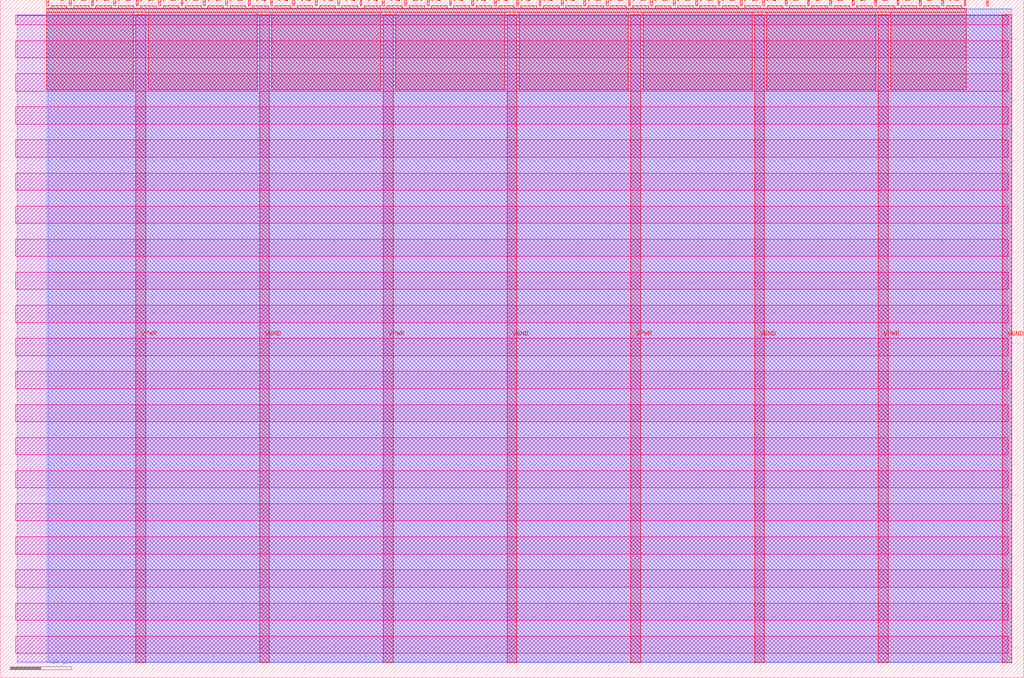
<source format=lef>
VERSION 5.7 ;
  NOWIREEXTENSIONATPIN ON ;
  DIVIDERCHAR "/" ;
  BUSBITCHARS "[]" ;
MACRO tt_um_silva
  CLASS BLOCK ;
  FOREIGN tt_um_silva ;
  ORIGIN 0.000 0.000 ;
  SIZE 168.360 BY 111.520 ;
  PIN VGND
    DIRECTION INOUT ;
    USE GROUND ;
    PORT
      LAYER met4 ;
        RECT 42.670 2.480 44.270 109.040 ;
    END
    PORT
      LAYER met4 ;
        RECT 83.380 2.480 84.980 109.040 ;
    END
    PORT
      LAYER met4 ;
        RECT 124.090 2.480 125.690 109.040 ;
    END
    PORT
      LAYER met4 ;
        RECT 164.800 2.480 166.400 109.040 ;
    END
  END VGND
  PIN VPWR
    DIRECTION INOUT ;
    USE POWER ;
    PORT
      LAYER met4 ;
        RECT 22.315 2.480 23.915 109.040 ;
    END
    PORT
      LAYER met4 ;
        RECT 63.025 2.480 64.625 109.040 ;
    END
    PORT
      LAYER met4 ;
        RECT 103.735 2.480 105.335 109.040 ;
    END
    PORT
      LAYER met4 ;
        RECT 144.445 2.480 146.045 109.040 ;
    END
  END VPWR
  PIN clk
    DIRECTION INPUT ;
    USE SIGNAL ;
    ANTENNAGATEAREA 0.852000 ;
    PORT
      LAYER met4 ;
        RECT 158.550 110.520 158.850 111.520 ;
    END
  END clk
  PIN ena
    DIRECTION INPUT ;
    USE SIGNAL ;
    PORT
      LAYER met4 ;
        RECT 162.230 110.520 162.530 111.520 ;
    END
  END ena
  PIN rst_n
    DIRECTION INPUT ;
    USE SIGNAL ;
    ANTENNAGATEAREA 0.196500 ;
    PORT
      LAYER met4 ;
        RECT 154.870 110.520 155.170 111.520 ;
    END
  END rst_n
  PIN ui_in[0]
    DIRECTION INPUT ;
    USE SIGNAL ;
    ANTENNAGATEAREA 0.196500 ;
    PORT
      LAYER met4 ;
        RECT 151.190 110.520 151.490 111.520 ;
    END
  END ui_in[0]
  PIN ui_in[1]
    DIRECTION INPUT ;
    USE SIGNAL ;
    ANTENNAGATEAREA 0.213000 ;
    PORT
      LAYER met4 ;
        RECT 147.510 110.520 147.810 111.520 ;
    END
  END ui_in[1]
  PIN ui_in[2]
    DIRECTION INPUT ;
    USE SIGNAL ;
    PORT
      LAYER met4 ;
        RECT 143.830 110.520 144.130 111.520 ;
    END
  END ui_in[2]
  PIN ui_in[3]
    DIRECTION INPUT ;
    USE SIGNAL ;
    PORT
      LAYER met4 ;
        RECT 140.150 110.520 140.450 111.520 ;
    END
  END ui_in[3]
  PIN ui_in[4]
    DIRECTION INPUT ;
    USE SIGNAL ;
    PORT
      LAYER met4 ;
        RECT 136.470 110.520 136.770 111.520 ;
    END
  END ui_in[4]
  PIN ui_in[5]
    DIRECTION INPUT ;
    USE SIGNAL ;
    PORT
      LAYER met4 ;
        RECT 132.790 110.520 133.090 111.520 ;
    END
  END ui_in[5]
  PIN ui_in[6]
    DIRECTION INPUT ;
    USE SIGNAL ;
    PORT
      LAYER met4 ;
        RECT 129.110 110.520 129.410 111.520 ;
    END
  END ui_in[6]
  PIN ui_in[7]
    DIRECTION INPUT ;
    USE SIGNAL ;
    PORT
      LAYER met4 ;
        RECT 125.430 110.520 125.730 111.520 ;
    END
  END ui_in[7]
  PIN uio_in[0]
    DIRECTION INPUT ;
    USE SIGNAL ;
    PORT
      LAYER met4 ;
        RECT 121.750 110.520 122.050 111.520 ;
    END
  END uio_in[0]
  PIN uio_in[1]
    DIRECTION INPUT ;
    USE SIGNAL ;
    PORT
      LAYER met4 ;
        RECT 118.070 110.520 118.370 111.520 ;
    END
  END uio_in[1]
  PIN uio_in[2]
    DIRECTION INPUT ;
    USE SIGNAL ;
    PORT
      LAYER met4 ;
        RECT 114.390 110.520 114.690 111.520 ;
    END
  END uio_in[2]
  PIN uio_in[3]
    DIRECTION INPUT ;
    USE SIGNAL ;
    PORT
      LAYER met4 ;
        RECT 110.710 110.520 111.010 111.520 ;
    END
  END uio_in[3]
  PIN uio_in[4]
    DIRECTION INPUT ;
    USE SIGNAL ;
    PORT
      LAYER met4 ;
        RECT 107.030 110.520 107.330 111.520 ;
    END
  END uio_in[4]
  PIN uio_in[5]
    DIRECTION INPUT ;
    USE SIGNAL ;
    PORT
      LAYER met4 ;
        RECT 103.350 110.520 103.650 111.520 ;
    END
  END uio_in[5]
  PIN uio_in[6]
    DIRECTION INPUT ;
    USE SIGNAL ;
    PORT
      LAYER met4 ;
        RECT 99.670 110.520 99.970 111.520 ;
    END
  END uio_in[6]
  PIN uio_in[7]
    DIRECTION INPUT ;
    USE SIGNAL ;
    PORT
      LAYER met4 ;
        RECT 95.990 110.520 96.290 111.520 ;
    END
  END uio_in[7]
  PIN uio_oe[0]
    DIRECTION OUTPUT TRISTATE ;
    USE SIGNAL ;
    PORT
      LAYER met4 ;
        RECT 33.430 110.520 33.730 111.520 ;
    END
  END uio_oe[0]
  PIN uio_oe[1]
    DIRECTION OUTPUT TRISTATE ;
    USE SIGNAL ;
    PORT
      LAYER met4 ;
        RECT 29.750 110.520 30.050 111.520 ;
    END
  END uio_oe[1]
  PIN uio_oe[2]
    DIRECTION OUTPUT TRISTATE ;
    USE SIGNAL ;
    PORT
      LAYER met4 ;
        RECT 26.070 110.520 26.370 111.520 ;
    END
  END uio_oe[2]
  PIN uio_oe[3]
    DIRECTION OUTPUT TRISTATE ;
    USE SIGNAL ;
    PORT
      LAYER met4 ;
        RECT 22.390 110.520 22.690 111.520 ;
    END
  END uio_oe[3]
  PIN uio_oe[4]
    DIRECTION OUTPUT TRISTATE ;
    USE SIGNAL ;
    PORT
      LAYER met4 ;
        RECT 18.710 110.520 19.010 111.520 ;
    END
  END uio_oe[4]
  PIN uio_oe[5]
    DIRECTION OUTPUT TRISTATE ;
    USE SIGNAL ;
    PORT
      LAYER met4 ;
        RECT 15.030 110.520 15.330 111.520 ;
    END
  END uio_oe[5]
  PIN uio_oe[6]
    DIRECTION OUTPUT TRISTATE ;
    USE SIGNAL ;
    PORT
      LAYER met4 ;
        RECT 11.350 110.520 11.650 111.520 ;
    END
  END uio_oe[6]
  PIN uio_oe[7]
    DIRECTION OUTPUT TRISTATE ;
    USE SIGNAL ;
    PORT
      LAYER met4 ;
        RECT 7.670 110.520 7.970 111.520 ;
    END
  END uio_oe[7]
  PIN uio_out[0]
    DIRECTION OUTPUT TRISTATE ;
    USE SIGNAL ;
    ANTENNAGATEAREA 0.126000 ;
    ANTENNADIFFAREA 0.445500 ;
    PORT
      LAYER met4 ;
        RECT 62.870 110.520 63.170 111.520 ;
    END
  END uio_out[0]
  PIN uio_out[1]
    DIRECTION OUTPUT TRISTATE ;
    USE SIGNAL ;
    ANTENNAGATEAREA 0.247500 ;
    ANTENNADIFFAREA 0.445500 ;
    PORT
      LAYER met4 ;
        RECT 59.190 110.520 59.490 111.520 ;
    END
  END uio_out[1]
  PIN uio_out[2]
    DIRECTION OUTPUT TRISTATE ;
    USE SIGNAL ;
    ANTENNAGATEAREA 0.247500 ;
    ANTENNADIFFAREA 0.445500 ;
    PORT
      LAYER met4 ;
        RECT 55.510 110.520 55.810 111.520 ;
    END
  END uio_out[2]
  PIN uio_out[3]
    DIRECTION OUTPUT TRISTATE ;
    USE SIGNAL ;
    ANTENNAGATEAREA 0.247500 ;
    ANTENNADIFFAREA 0.445500 ;
    PORT
      LAYER met4 ;
        RECT 51.830 110.520 52.130 111.520 ;
    END
  END uio_out[3]
  PIN uio_out[4]
    DIRECTION OUTPUT TRISTATE ;
    USE SIGNAL ;
    ANTENNADIFFAREA 0.795200 ;
    PORT
      LAYER met4 ;
        RECT 48.150 110.520 48.450 111.520 ;
    END
  END uio_out[4]
  PIN uio_out[5]
    DIRECTION OUTPUT TRISTATE ;
    USE SIGNAL ;
    PORT
      LAYER met4 ;
        RECT 44.470 110.520 44.770 111.520 ;
    END
  END uio_out[5]
  PIN uio_out[6]
    DIRECTION OUTPUT TRISTATE ;
    USE SIGNAL ;
    PORT
      LAYER met4 ;
        RECT 40.790 110.520 41.090 111.520 ;
    END
  END uio_out[6]
  PIN uio_out[7]
    DIRECTION OUTPUT TRISTATE ;
    USE SIGNAL ;
    PORT
      LAYER met4 ;
        RECT 37.110 110.520 37.410 111.520 ;
    END
  END uio_out[7]
  PIN uo_out[0]
    DIRECTION OUTPUT TRISTATE ;
    USE SIGNAL ;
    PORT
      LAYER met4 ;
        RECT 92.310 110.520 92.610 111.520 ;
    END
  END uo_out[0]
  PIN uo_out[1]
    DIRECTION OUTPUT TRISTATE ;
    USE SIGNAL ;
    PORT
      LAYER met4 ;
        RECT 88.630 110.520 88.930 111.520 ;
    END
  END uo_out[1]
  PIN uo_out[2]
    DIRECTION OUTPUT TRISTATE ;
    USE SIGNAL ;
    PORT
      LAYER met4 ;
        RECT 84.950 110.520 85.250 111.520 ;
    END
  END uo_out[2]
  PIN uo_out[3]
    DIRECTION OUTPUT TRISTATE ;
    USE SIGNAL ;
    PORT
      LAYER met4 ;
        RECT 81.270 110.520 81.570 111.520 ;
    END
  END uo_out[3]
  PIN uo_out[4]
    DIRECTION OUTPUT TRISTATE ;
    USE SIGNAL ;
    PORT
      LAYER met4 ;
        RECT 77.590 110.520 77.890 111.520 ;
    END
  END uo_out[4]
  PIN uo_out[5]
    DIRECTION OUTPUT TRISTATE ;
    USE SIGNAL ;
    PORT
      LAYER met4 ;
        RECT 73.910 110.520 74.210 111.520 ;
    END
  END uo_out[5]
  PIN uo_out[6]
    DIRECTION OUTPUT TRISTATE ;
    USE SIGNAL ;
    PORT
      LAYER met4 ;
        RECT 70.230 110.520 70.530 111.520 ;
    END
  END uo_out[6]
  PIN uo_out[7]
    DIRECTION OUTPUT TRISTATE ;
    USE SIGNAL ;
    PORT
      LAYER met4 ;
        RECT 66.550 110.520 66.850 111.520 ;
    END
  END uo_out[7]
  OBS
      LAYER nwell ;
        RECT 2.570 107.385 165.790 108.990 ;
        RECT 2.570 101.945 165.790 104.775 ;
        RECT 2.570 96.505 165.790 99.335 ;
        RECT 2.570 91.065 165.790 93.895 ;
        RECT 2.570 85.625 165.790 88.455 ;
        RECT 2.570 80.185 165.790 83.015 ;
        RECT 2.570 74.745 165.790 77.575 ;
        RECT 2.570 69.305 165.790 72.135 ;
        RECT 2.570 63.865 165.790 66.695 ;
        RECT 2.570 58.425 165.790 61.255 ;
        RECT 2.570 52.985 165.790 55.815 ;
        RECT 2.570 47.545 165.790 50.375 ;
        RECT 2.570 42.105 165.790 44.935 ;
        RECT 2.570 36.665 165.790 39.495 ;
        RECT 2.570 31.225 165.790 34.055 ;
        RECT 2.570 25.785 165.790 28.615 ;
        RECT 2.570 20.345 165.790 23.175 ;
        RECT 2.570 14.905 165.790 17.735 ;
        RECT 2.570 9.465 165.790 12.295 ;
        RECT 2.570 4.025 165.790 6.855 ;
      LAYER li1 ;
        RECT 2.760 2.635 165.600 108.885 ;
      LAYER met1 ;
        RECT 2.760 2.480 166.400 109.040 ;
      LAYER met2 ;
        RECT 7.910 2.535 166.370 110.005 ;
      LAYER met3 ;
        RECT 7.630 2.555 166.390 109.985 ;
      LAYER met4 ;
        RECT 8.370 110.120 10.950 110.520 ;
        RECT 12.050 110.120 14.630 110.520 ;
        RECT 15.730 110.120 18.310 110.520 ;
        RECT 19.410 110.120 21.990 110.520 ;
        RECT 23.090 110.120 25.670 110.520 ;
        RECT 26.770 110.120 29.350 110.520 ;
        RECT 30.450 110.120 33.030 110.520 ;
        RECT 34.130 110.120 36.710 110.520 ;
        RECT 37.810 110.120 40.390 110.520 ;
        RECT 41.490 110.120 44.070 110.520 ;
        RECT 45.170 110.120 47.750 110.520 ;
        RECT 48.850 110.120 51.430 110.520 ;
        RECT 52.530 110.120 55.110 110.520 ;
        RECT 56.210 110.120 58.790 110.520 ;
        RECT 59.890 110.120 62.470 110.520 ;
        RECT 63.570 110.120 66.150 110.520 ;
        RECT 67.250 110.120 69.830 110.520 ;
        RECT 70.930 110.120 73.510 110.520 ;
        RECT 74.610 110.120 77.190 110.520 ;
        RECT 78.290 110.120 80.870 110.520 ;
        RECT 81.970 110.120 84.550 110.520 ;
        RECT 85.650 110.120 88.230 110.520 ;
        RECT 89.330 110.120 91.910 110.520 ;
        RECT 93.010 110.120 95.590 110.520 ;
        RECT 96.690 110.120 99.270 110.520 ;
        RECT 100.370 110.120 102.950 110.520 ;
        RECT 104.050 110.120 106.630 110.520 ;
        RECT 107.730 110.120 110.310 110.520 ;
        RECT 111.410 110.120 113.990 110.520 ;
        RECT 115.090 110.120 117.670 110.520 ;
        RECT 118.770 110.120 121.350 110.520 ;
        RECT 122.450 110.120 125.030 110.520 ;
        RECT 126.130 110.120 128.710 110.520 ;
        RECT 129.810 110.120 132.390 110.520 ;
        RECT 133.490 110.120 136.070 110.520 ;
        RECT 137.170 110.120 139.750 110.520 ;
        RECT 140.850 110.120 143.430 110.520 ;
        RECT 144.530 110.120 147.110 110.520 ;
        RECT 148.210 110.120 150.790 110.520 ;
        RECT 151.890 110.120 154.470 110.520 ;
        RECT 155.570 110.120 158.150 110.520 ;
        RECT 7.655 109.440 158.865 110.120 ;
        RECT 7.655 96.735 21.915 109.440 ;
        RECT 24.315 96.735 42.270 109.440 ;
        RECT 44.670 96.735 62.625 109.440 ;
        RECT 65.025 96.735 82.980 109.440 ;
        RECT 85.380 96.735 103.335 109.440 ;
        RECT 105.735 96.735 123.690 109.440 ;
        RECT 126.090 96.735 144.045 109.440 ;
        RECT 146.445 96.735 158.865 109.440 ;
  END
END tt_um_silva
END LIBRARY


</source>
